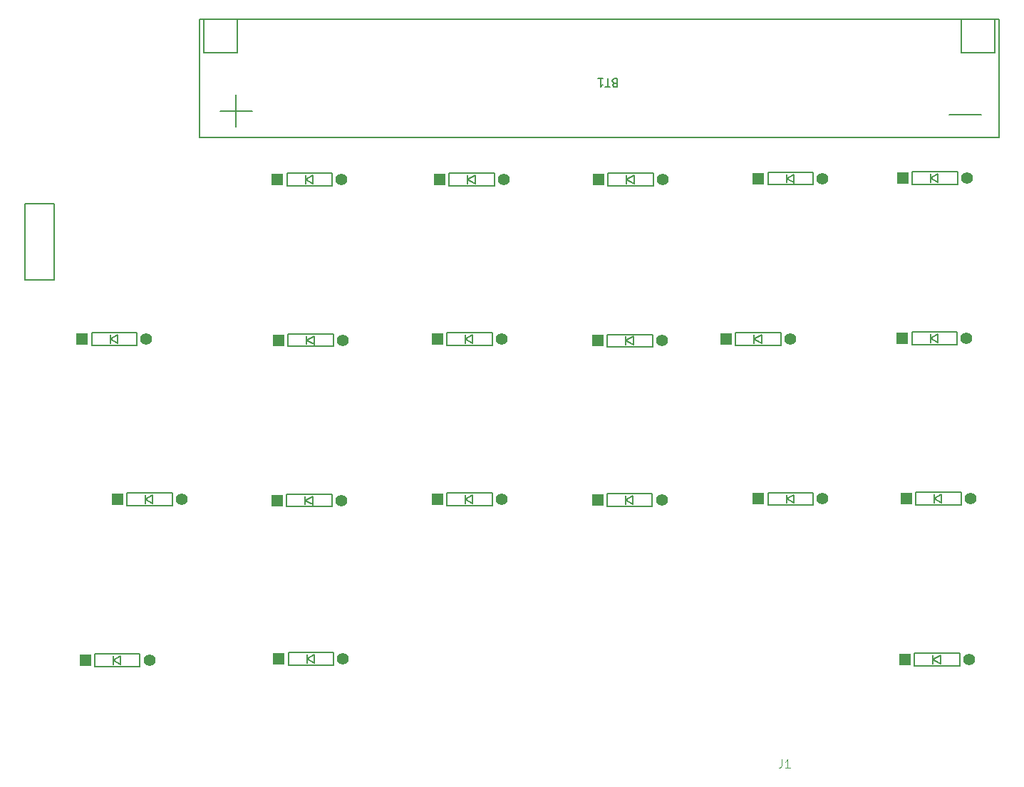
<source format=gbr>
%TF.GenerationSoftware,KiCad,Pcbnew,8.0.7*%
%TF.CreationDate,2025-02-26T14:12:20+09:00*%
%TF.ProjectId,cool642tb_R,636f6f6c-3634-4327-9462-5f522e6b6963,rev?*%
%TF.SameCoordinates,Original*%
%TF.FileFunction,Legend,Top*%
%TF.FilePolarity,Positive*%
%FSLAX46Y46*%
G04 Gerber Fmt 4.6, Leading zero omitted, Abs format (unit mm)*
G04 Created by KiCad (PCBNEW 8.0.7) date 2025-02-26 14:12:20*
%MOMM*%
%LPD*%
G01*
G04 APERTURE LIST*
%ADD10C,0.100000*%
%ADD11C,0.150000*%
%ADD12R,1.397000X1.397000*%
%ADD13C,1.397000*%
G04 APERTURE END LIST*
D10*
X60256666Y-60927419D02*
X60256666Y-61641704D01*
X60256666Y-61641704D02*
X60209047Y-61784561D01*
X60209047Y-61784561D02*
X60113809Y-61879800D01*
X60113809Y-61879800D02*
X59970952Y-61927419D01*
X59970952Y-61927419D02*
X59875714Y-61927419D01*
X61256666Y-61927419D02*
X60685238Y-61927419D01*
X60970952Y-61927419D02*
X60970952Y-60927419D01*
X60970952Y-60927419D02*
X60875714Y-61070276D01*
X60875714Y-61070276D02*
X60780476Y-61165514D01*
X60780476Y-61165514D02*
X60685238Y-61213133D01*
D11*
X40385714Y19481009D02*
X40242857Y19528628D01*
X40242857Y19528628D02*
X40195238Y19576247D01*
X40195238Y19576247D02*
X40147619Y19671485D01*
X40147619Y19671485D02*
X40147619Y19814342D01*
X40147619Y19814342D02*
X40195238Y19909580D01*
X40195238Y19909580D02*
X40242857Y19957200D01*
X40242857Y19957200D02*
X40338095Y20004819D01*
X40338095Y20004819D02*
X40719047Y20004819D01*
X40719047Y20004819D02*
X40719047Y19004819D01*
X40719047Y19004819D02*
X40385714Y19004819D01*
X40385714Y19004819D02*
X40290476Y19052438D01*
X40290476Y19052438D02*
X40242857Y19100057D01*
X40242857Y19100057D02*
X40195238Y19195295D01*
X40195238Y19195295D02*
X40195238Y19290533D01*
X40195238Y19290533D02*
X40242857Y19385771D01*
X40242857Y19385771D02*
X40290476Y19433390D01*
X40290476Y19433390D02*
X40385714Y19481009D01*
X40385714Y19481009D02*
X40719047Y19481009D01*
X39861904Y19004819D02*
X39290476Y19004819D01*
X39576190Y20004819D02*
X39576190Y19004819D01*
X38433333Y20004819D02*
X39004761Y20004819D01*
X38719047Y20004819D02*
X38719047Y19004819D01*
X38719047Y19004819D02*
X38814285Y19147676D01*
X38814285Y19147676D02*
X38909523Y19242914D01*
X38909523Y19242914D02*
X39004761Y19290533D01*
X83980839Y15725533D02*
X80171316Y15725533D01*
X-2689160Y16155533D02*
X-6498684Y16155533D01*
X-4593922Y18060295D02*
X-4593922Y14250771D01*
%TO.C,D7*%
X20450000Y-29260000D02*
X20450000Y-30760000D01*
X20450000Y-30760000D02*
X25850000Y-30760000D01*
X22650000Y-30010000D02*
X23550000Y-29510000D01*
X22650000Y-30510000D02*
X22650000Y-29510000D01*
X23550000Y-30510000D02*
X22650000Y-30010000D01*
X23550000Y-30520000D02*
X23550000Y-29520000D01*
X25850000Y-29260000D02*
X20450000Y-29260000D01*
X25850000Y-30760000D02*
X25850000Y-29260000D01*
%TO.C,D11*%
X39480000Y-29350000D02*
X39480000Y-30850000D01*
X39480000Y-30850000D02*
X44880000Y-30850000D01*
X41680000Y-30100000D02*
X42580000Y-29600000D01*
X41680000Y-30600000D02*
X41680000Y-29600000D01*
X42580000Y-30600000D02*
X41680000Y-30100000D01*
X42580000Y-30610000D02*
X42580000Y-29610000D01*
X44880000Y-29350000D02*
X39480000Y-29350000D01*
X44880000Y-30850000D02*
X44880000Y-29350000D01*
%TO.C,D20*%
X76010000Y-48310000D02*
X76010000Y-49810000D01*
X76010000Y-49810000D02*
X81410000Y-49810000D01*
X78210000Y-49060000D02*
X79110000Y-48560000D01*
X78210000Y-49560000D02*
X78210000Y-48560000D01*
X79110000Y-49560000D02*
X78210000Y-49060000D01*
X79110000Y-49570000D02*
X79110000Y-48570000D01*
X81410000Y-48310000D02*
X76010000Y-48310000D01*
X81410000Y-49810000D02*
X81410000Y-48310000D01*
%TO.C,D13*%
X58610000Y8890000D02*
X58610000Y7390000D01*
X58610000Y7390000D02*
X64010000Y7390000D01*
X60810000Y8140000D02*
X61710000Y8640000D01*
X60810000Y7640000D02*
X60810000Y8640000D01*
X61710000Y7640000D02*
X60810000Y8140000D01*
X61710000Y7630000D02*
X61710000Y8630000D01*
X64010000Y8890000D02*
X58610000Y8890000D01*
X64010000Y7390000D02*
X64010000Y8890000D01*
%TO.C,SW21*%
X-29650000Y5110000D02*
X-26150000Y5110000D01*
X-29650000Y-3890000D02*
X-29650000Y5110000D01*
X-26150000Y5110000D02*
X-26150000Y-3890000D01*
X-26150000Y-3890000D02*
X-29650000Y-3890000D01*
%TO.C,D15*%
X58610000Y-29200000D02*
X58610000Y-30700000D01*
X58610000Y-30700000D02*
X64010000Y-30700000D01*
X60810000Y-29950000D02*
X61710000Y-29450000D01*
X60810000Y-30450000D02*
X60810000Y-29450000D01*
X61710000Y-30450000D02*
X60810000Y-29950000D01*
X61710000Y-30460000D02*
X61710000Y-29460000D01*
X64010000Y-29200000D02*
X58610000Y-29200000D01*
X64010000Y-30700000D02*
X64010000Y-29200000D01*
%TO.C,D1*%
X1460000Y8750000D02*
X1460000Y7250000D01*
X1460000Y7250000D02*
X6860000Y7250000D01*
X3660000Y8000000D02*
X4560000Y8500000D01*
X3660000Y7500000D02*
X3660000Y8500000D01*
X4560000Y7500000D02*
X3660000Y8000000D01*
X4560000Y7490000D02*
X4560000Y8490000D01*
X6860000Y8750000D02*
X1460000Y8750000D01*
X6860000Y7250000D02*
X6860000Y8750000D01*
%TO.C,D9*%
X39600000Y8750000D02*
X39600000Y7250000D01*
X39600000Y7250000D02*
X45000000Y7250000D01*
X41800000Y8000000D02*
X42700000Y8500000D01*
X41800000Y7500000D02*
X41800000Y8500000D01*
X42700000Y7500000D02*
X41800000Y8000000D01*
X42700000Y7490000D02*
X42700000Y8490000D01*
X45000000Y8750000D02*
X39600000Y8750000D01*
X45000000Y7250000D02*
X45000000Y8750000D01*
%TO.C,D17*%
X75740000Y8930000D02*
X75740000Y7430000D01*
X75740000Y7430000D02*
X81140000Y7430000D01*
X77940000Y8180000D02*
X78840000Y8680000D01*
X77940000Y7680000D02*
X77940000Y8680000D01*
X78840000Y7680000D02*
X77940000Y8180000D01*
X78840000Y7670000D02*
X78840000Y8670000D01*
X81140000Y8930000D02*
X75740000Y8930000D01*
X81140000Y7430000D02*
X81140000Y8930000D01*
%TO.C,D4*%
X-21740000Y-10200000D02*
X-21740000Y-11700000D01*
X-21740000Y-11700000D02*
X-16340000Y-11700000D01*
X-19540000Y-10950000D02*
X-18640000Y-10450000D01*
X-19540000Y-11450000D02*
X-19540000Y-10450000D01*
X-18640000Y-11450000D02*
X-19540000Y-10950000D01*
X-18640000Y-11460000D02*
X-18640000Y-10460000D01*
X-16340000Y-10200000D02*
X-21740000Y-10200000D01*
X-16340000Y-11700000D02*
X-16340000Y-10200000D01*
%TO.C,D16*%
X1630000Y-48220000D02*
X1630000Y-49720000D01*
X1630000Y-49720000D02*
X7030000Y-49720000D01*
X3830000Y-48970000D02*
X4730000Y-48470000D01*
X3830000Y-49470000D02*
X3830000Y-48470000D01*
X4730000Y-49470000D02*
X3830000Y-48970000D01*
X4730000Y-49480000D02*
X4730000Y-48480000D01*
X7030000Y-48220000D02*
X1630000Y-48220000D01*
X7030000Y-49720000D02*
X7030000Y-48220000D01*
%TO.C,D3*%
X1405000Y-29380000D02*
X1405000Y-30880000D01*
X1405000Y-30880000D02*
X6805000Y-30880000D01*
X3605000Y-30130000D02*
X4505000Y-29630000D01*
X3605000Y-30630000D02*
X3605000Y-29630000D01*
X4505000Y-30630000D02*
X3605000Y-30130000D01*
X4505000Y-30640000D02*
X4505000Y-29640000D01*
X6805000Y-29380000D02*
X1405000Y-29380000D01*
X6805000Y-30880000D02*
X6805000Y-29380000D01*
%TO.C,D19*%
X76155000Y-29190000D02*
X76155000Y-30690000D01*
X76155000Y-30690000D02*
X81555000Y-30690000D01*
X78355000Y-29940000D02*
X79255000Y-29440000D01*
X78355000Y-30440000D02*
X78355000Y-29440000D01*
X79255000Y-30440000D02*
X78355000Y-29940000D01*
X79255000Y-30450000D02*
X79255000Y-29450000D01*
X81555000Y-29190000D02*
X76155000Y-29190000D01*
X81555000Y-30690000D02*
X81555000Y-29190000D01*
%TO.C,D10*%
X39540000Y-10400000D02*
X39540000Y-11900000D01*
X39540000Y-11900000D02*
X44940000Y-11900000D01*
X41740000Y-11150000D02*
X42640000Y-10650000D01*
X41740000Y-11650000D02*
X41740000Y-10650000D01*
X42640000Y-11650000D02*
X41740000Y-11150000D01*
X42640000Y-11660000D02*
X42640000Y-10660000D01*
X44940000Y-10400000D02*
X39540000Y-10400000D01*
X44940000Y-11900000D02*
X44940000Y-10400000D01*
%TO.C,D2*%
X1610000Y-10330000D02*
X1610000Y-11830000D01*
X1610000Y-11830000D02*
X7010000Y-11830000D01*
X3810000Y-11080000D02*
X4710000Y-10580000D01*
X3810000Y-11580000D02*
X3810000Y-10580000D01*
X4710000Y-11580000D02*
X3810000Y-11080000D01*
X4710000Y-11590000D02*
X4710000Y-10590000D01*
X7010000Y-10330000D02*
X1610000Y-10330000D01*
X7010000Y-11830000D02*
X7010000Y-10330000D01*
%TO.C,D6*%
X20450000Y-10230000D02*
X20450000Y-11730000D01*
X20450000Y-11730000D02*
X25850000Y-11730000D01*
X22650000Y-10980000D02*
X23550000Y-10480000D01*
X22650000Y-11480000D02*
X22650000Y-10480000D01*
X23550000Y-11480000D02*
X22650000Y-10980000D01*
X23550000Y-11490000D02*
X23550000Y-10490000D01*
X25850000Y-10230000D02*
X20450000Y-10230000D01*
X25850000Y-11730000D02*
X25850000Y-10230000D01*
%TO.C,D8*%
X-17570000Y-29230000D02*
X-17570000Y-30730000D01*
X-17570000Y-30730000D02*
X-12170000Y-30730000D01*
X-15370000Y-29980000D02*
X-14470000Y-29480000D01*
X-15370000Y-30480000D02*
X-15370000Y-29480000D01*
X-14470000Y-30480000D02*
X-15370000Y-29980000D01*
X-14470000Y-30490000D02*
X-14470000Y-29490000D01*
X-12170000Y-29230000D02*
X-17570000Y-29230000D01*
X-12170000Y-30730000D02*
X-12170000Y-29230000D01*
%TO.C,BT1*%
X-4400000Y23050000D02*
X-8400000Y23050000D01*
X-8400000Y27050000D01*
X-4400000Y27050000D01*
X-4400000Y23050000D01*
X85600000Y23050000D02*
X81600000Y23050000D01*
X81600000Y27050000D01*
X85600000Y27050000D01*
X85600000Y23050000D01*
X86100000Y13050000D02*
X-8900000Y13050000D01*
X-8900000Y27050000D01*
X86100000Y27050000D01*
X86100000Y13050000D01*
%TO.C,D14*%
X54790000Y-10180000D02*
X54790000Y-11680000D01*
X54790000Y-11680000D02*
X60190000Y-11680000D01*
X56990000Y-10930000D02*
X57890000Y-10430000D01*
X56990000Y-11430000D02*
X56990000Y-10430000D01*
X57890000Y-11430000D02*
X56990000Y-10930000D01*
X57890000Y-11440000D02*
X57890000Y-10440000D01*
X60190000Y-10180000D02*
X54790000Y-10180000D01*
X60190000Y-11680000D02*
X60190000Y-10180000D01*
%TO.C,D12*%
X-21390000Y-48390000D02*
X-21390000Y-49890000D01*
X-21390000Y-49890000D02*
X-15990000Y-49890000D01*
X-19190000Y-49140000D02*
X-18290000Y-48640000D01*
X-19190000Y-49640000D02*
X-19190000Y-48640000D01*
X-18290000Y-49640000D02*
X-19190000Y-49140000D01*
X-18290000Y-49650000D02*
X-18290000Y-48650000D01*
X-15990000Y-48390000D02*
X-21390000Y-48390000D01*
X-15990000Y-49890000D02*
X-15990000Y-48390000D01*
%TO.C,D5*%
X20710000Y8790000D02*
X20710000Y7290000D01*
X20710000Y7290000D02*
X26110000Y7290000D01*
X22910000Y8040000D02*
X23810000Y8540000D01*
X22910000Y7540000D02*
X22910000Y8540000D01*
X23810000Y7540000D02*
X22910000Y8040000D01*
X23810000Y7530000D02*
X23810000Y8530000D01*
X26110000Y8790000D02*
X20710000Y8790000D01*
X26110000Y7290000D02*
X26110000Y8790000D01*
%TO.C,D18*%
X75710000Y-10110000D02*
X75710000Y-11610000D01*
X75710000Y-11610000D02*
X81110000Y-11610000D01*
X77910000Y-10860000D02*
X78810000Y-10360000D01*
X77910000Y-11360000D02*
X77910000Y-10360000D01*
X78810000Y-11360000D02*
X77910000Y-10860000D01*
X78810000Y-11370000D02*
X78810000Y-10370000D01*
X81110000Y-10110000D02*
X75710000Y-10110000D01*
X81110000Y-11610000D02*
X81110000Y-10110000D01*
%TD*%
D12*
%TO.C,D7*%
X19340000Y-30010000D03*
D13*
X26960000Y-30010000D03*
%TD*%
D12*
%TO.C,D11*%
X38370000Y-30100000D03*
D13*
X45990000Y-30100000D03*
%TD*%
D12*
%TO.C,D20*%
X74900000Y-49060000D03*
D13*
X82520000Y-49060000D03*
%TD*%
D12*
%TO.C,D13*%
X57500000Y8140000D03*
D13*
X65120000Y8140000D03*
%TD*%
D12*
%TO.C,D15*%
X57500000Y-29950000D03*
D13*
X65120000Y-29950000D03*
%TD*%
D12*
%TO.C,D1*%
X350000Y8000000D03*
D13*
X7970000Y8000000D03*
%TD*%
D12*
%TO.C,D9*%
X38490000Y8000000D03*
D13*
X46110000Y8000000D03*
%TD*%
D12*
%TO.C,D17*%
X74630000Y8180000D03*
D13*
X82250000Y8180000D03*
%TD*%
D12*
%TO.C,D4*%
X-22850000Y-10950000D03*
D13*
X-15230000Y-10950000D03*
%TD*%
D12*
%TO.C,D16*%
X520000Y-48970000D03*
D13*
X8140000Y-48970000D03*
%TD*%
D12*
%TO.C,D3*%
X295000Y-30130000D03*
D13*
X7915000Y-30130000D03*
%TD*%
D12*
%TO.C,D19*%
X75045000Y-29940000D03*
D13*
X82665000Y-29940000D03*
%TD*%
D12*
%TO.C,D10*%
X38430000Y-11150000D03*
D13*
X46050000Y-11150000D03*
%TD*%
D12*
%TO.C,D2*%
X500000Y-11080000D03*
D13*
X8120000Y-11080000D03*
%TD*%
D12*
%TO.C,D6*%
X19340000Y-10980000D03*
D13*
X26960000Y-10980000D03*
%TD*%
D12*
%TO.C,D8*%
X-18680000Y-29980000D03*
D13*
X-11060000Y-29980000D03*
%TD*%
D12*
%TO.C,D14*%
X53680000Y-10930000D03*
D13*
X61300000Y-10930000D03*
%TD*%
D12*
%TO.C,D12*%
X-22500000Y-49140000D03*
D13*
X-14880000Y-49140000D03*
%TD*%
D12*
%TO.C,D5*%
X19600000Y8040000D03*
D13*
X27220000Y8040000D03*
%TD*%
D12*
%TO.C,D18*%
X74600000Y-10860000D03*
D13*
X82220000Y-10860000D03*
%TD*%
M02*

</source>
